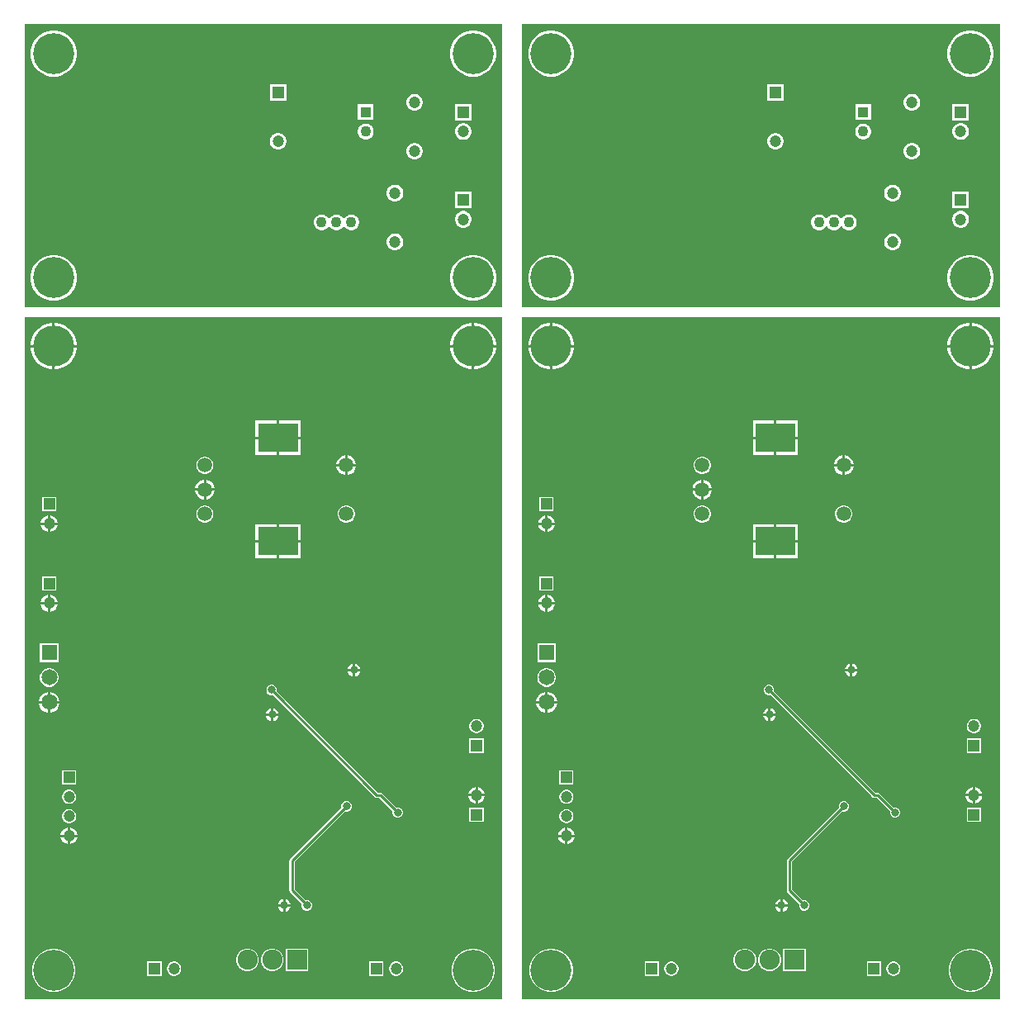
<source format=gbr>
%TF.GenerationSoftware,Altium Limited,Altium Designer,24.3.1 (35)*%
G04 Layer_Physical_Order=2*
G04 Layer_Color=16711680*
%FSLAX45Y45*%
%MOMM*%
%TF.SameCoordinates,C0A1E697-D952-45A1-8973-6DB72EE3D4FA*%
%TF.FilePolarity,Positive*%
%TF.FileFunction,Copper,L2,Bot,Signal*%
%TF.Part,CustomerPanel*%
G01*
G75*
%TA.AperFunction,Conductor*%
%ADD27C,0.25400*%
%TA.AperFunction,ComponentPad*%
%ADD30R,1.20000X1.20000*%
%ADD31C,1.20000*%
%ADD32C,1.10000*%
%TA.AperFunction,ViaPad*%
%ADD33C,4.20000*%
%TA.AperFunction,ComponentPad*%
%ADD34R,1.10000X1.10000*%
%ADD35C,1.50000*%
%ADD36R,4.10000X3.00000*%
%ADD37C,2.07000*%
%ADD38R,2.07000X2.07000*%
%ADD39R,1.20000X1.20000*%
%ADD40C,1.65000*%
%ADD41R,1.65000X1.65000*%
%TA.AperFunction,ViaPad*%
%ADD42C,0.80000*%
G36*
X10000000Y7100000D02*
X5100000D01*
Y9300000D01*
Y9500000D01*
Y10000000D01*
X10000000D01*
Y7100000D01*
D02*
G37*
G36*
X4900000D02*
X0D01*
Y9300000D01*
Y9500000D01*
Y10000000D01*
X4900000D01*
Y7100000D01*
D02*
G37*
G36*
X10000000Y0D02*
X5100000D01*
Y7000000D01*
X10000000D01*
Y0D01*
D02*
G37*
G36*
X4900000D02*
X0D01*
Y7000000D01*
X4900000D01*
Y0D01*
D02*
G37*
%LPC*%
G36*
X9723186Y9935400D02*
X9676816D01*
X9631337Y9926353D01*
X9588497Y9908609D01*
X9549942Y9882847D01*
X9517154Y9850059D01*
X9491392Y9811504D01*
X9473648Y9768663D01*
X9464601Y9723185D01*
Y9676815D01*
X9473648Y9631336D01*
X9491392Y9588496D01*
X9517154Y9549941D01*
X9549942Y9517153D01*
X9588497Y9491391D01*
X9631337Y9473647D01*
X9676816Y9464600D01*
X9723186D01*
X9768664Y9473647D01*
X9811505Y9491391D01*
X9850060Y9517153D01*
X9882848Y9549941D01*
X9908610Y9588496D01*
X9926354Y9631336D01*
X9935401Y9676815D01*
Y9723185D01*
X9926354Y9768663D01*
X9908610Y9811504D01*
X9882848Y9850059D01*
X9850060Y9882847D01*
X9811505Y9908609D01*
X9768664Y9926353D01*
X9723186Y9935400D01*
D02*
G37*
G36*
X5423184D02*
X5376814D01*
X5331336Y9926353D01*
X5288496Y9908609D01*
X5249941Y9882847D01*
X5217152Y9850059D01*
X5191391Y9811504D01*
X5173646Y9768663D01*
X5164600Y9723185D01*
Y9676815D01*
X5173646Y9631336D01*
X5191391Y9588496D01*
X5217152Y9549941D01*
X5249941Y9517153D01*
X5288496Y9491391D01*
X5331336Y9473647D01*
X5376814Y9464600D01*
X5423184D01*
X5468663Y9473647D01*
X5511503Y9491391D01*
X5550058Y9517153D01*
X5582846Y9549941D01*
X5608608Y9588496D01*
X5626353Y9631336D01*
X5635399Y9676815D01*
Y9723185D01*
X5626353Y9768663D01*
X5608608Y9811504D01*
X5582846Y9850059D01*
X5550058Y9882847D01*
X5511503Y9908609D01*
X5468663Y9926353D01*
X5423184Y9935400D01*
D02*
G37*
G36*
X7785400Y9385401D02*
X7614600D01*
Y9214601D01*
X7785400D01*
Y9385401D01*
D02*
G37*
G36*
X9111245Y9285401D02*
X9088759D01*
X9067039Y9279581D01*
X9047565Y9268338D01*
X9031665Y9252438D01*
X9020422Y9232964D01*
X9014602Y9211244D01*
Y9188758D01*
X9020422Y9167038D01*
X9031665Y9147564D01*
X9047565Y9131664D01*
X9067039Y9120421D01*
X9088759Y9114601D01*
X9111245D01*
X9132965Y9120421D01*
X9152439Y9131664D01*
X9168339Y9147564D01*
X9179582Y9167038D01*
X9185402Y9188758D01*
Y9211244D01*
X9179582Y9232964D01*
X9168339Y9252438D01*
X9152439Y9268338D01*
X9132965Y9279581D01*
X9111245Y9285401D01*
D02*
G37*
G36*
X8680398Y9180401D02*
X8519598D01*
Y9019601D01*
X8680398D01*
Y9180401D01*
D02*
G37*
G36*
X9685401Y9185401D02*
X9514601D01*
Y9014601D01*
X9685401D01*
Y9185401D01*
D02*
G37*
G36*
X8610583Y8980401D02*
X8589413D01*
X8568965Y8974922D01*
X8550631Y8964337D01*
X8535662Y8949368D01*
X8525077Y8931035D01*
X8519598Y8910586D01*
Y8889417D01*
X8525077Y8868968D01*
X8535662Y8850635D01*
X8550631Y8835666D01*
X8568965Y8825081D01*
X8589413Y8819602D01*
X8610583D01*
X8631031Y8825081D01*
X8649365Y8835666D01*
X8664334Y8850635D01*
X8674919Y8868968D01*
X8680398Y8889417D01*
Y8910586D01*
X8674919Y8931035D01*
X8664334Y8949368D01*
X8649365Y8964337D01*
X8631031Y8974922D01*
X8610583Y8980401D01*
D02*
G37*
G36*
X9611244Y8985401D02*
X9588758D01*
X9567038Y8979581D01*
X9547564Y8968338D01*
X9531664Y8952438D01*
X9520421Y8932965D01*
X9514601Y8911245D01*
Y8888758D01*
X9520421Y8867038D01*
X9531664Y8847565D01*
X9547564Y8831665D01*
X9567038Y8820422D01*
X9588758Y8814602D01*
X9611244D01*
X9632964Y8820422D01*
X9652438Y8831665D01*
X9668338Y8847565D01*
X9679581Y8867038D01*
X9685401Y8888758D01*
Y8911245D01*
X9679581Y8932965D01*
X9668338Y8952438D01*
X9652438Y8968338D01*
X9632964Y8979581D01*
X9611244Y8985401D01*
D02*
G37*
G36*
X7711243Y8885402D02*
X7688757D01*
X7667037Y8879582D01*
X7647563Y8868339D01*
X7631663Y8852438D01*
X7620420Y8832965D01*
X7614600Y8811245D01*
Y8788759D01*
X7620420Y8767039D01*
X7631663Y8747565D01*
X7647563Y8731665D01*
X7667037Y8720422D01*
X7688757Y8714602D01*
X7711243D01*
X7732963Y8720422D01*
X7752437Y8731665D01*
X7768337Y8747565D01*
X7779580Y8767039D01*
X7785400Y8788759D01*
Y8811245D01*
X7779580Y8832965D01*
X7768337Y8852438D01*
X7752437Y8868339D01*
X7732963Y8879582D01*
X7711243Y8885402D01*
D02*
G37*
G36*
X9111245Y8785402D02*
X9088759D01*
X9067039Y8779582D01*
X9047565Y8768339D01*
X9031665Y8752439D01*
X9020422Y8732965D01*
X9014602Y8711245D01*
Y8688759D01*
X9020422Y8667039D01*
X9031665Y8647565D01*
X9047565Y8631665D01*
X9067039Y8620422D01*
X9088759Y8614602D01*
X9111245D01*
X9132965Y8620422D01*
X9152439Y8631665D01*
X9168339Y8647565D01*
X9179582Y8667039D01*
X9185402Y8688759D01*
Y8711245D01*
X9179582Y8732965D01*
X9168339Y8752439D01*
X9152439Y8768339D01*
X9132965Y8779582D01*
X9111245Y8785402D01*
D02*
G37*
G36*
X8911246Y8355400D02*
X8888759D01*
X8867039Y8349580D01*
X8847566Y8338337D01*
X8831666Y8322437D01*
X8820423Y8302963D01*
X8814603Y8281243D01*
Y8258757D01*
X8820423Y8237037D01*
X8831666Y8217563D01*
X8847566Y8201663D01*
X8867039Y8190420D01*
X8888759Y8184600D01*
X8911246D01*
X8932966Y8190420D01*
X8952439Y8201663D01*
X8968339Y8217563D01*
X8979582Y8237037D01*
X8985402Y8258757D01*
Y8281243D01*
X8979582Y8302963D01*
X8968339Y8322437D01*
X8952439Y8338337D01*
X8932966Y8349580D01*
X8911246Y8355400D01*
D02*
G37*
G36*
X9685401Y8285398D02*
X9514601D01*
Y8114598D01*
X9685401D01*
Y8285398D01*
D02*
G37*
G36*
X8462984Y8050401D02*
X8441814D01*
X8421365Y8044921D01*
X8403032Y8034337D01*
X8388063Y8019368D01*
X8383531Y8011518D01*
X8368866D01*
X8364335Y8019368D01*
X8349365Y8034337D01*
X8331032Y8044921D01*
X8310584Y8050401D01*
X8289414D01*
X8268965Y8044921D01*
X8250632Y8034337D01*
X8235663Y8019368D01*
X8231131Y8011518D01*
X8216466D01*
X8211935Y8019368D01*
X8196965Y8034337D01*
X8178632Y8044921D01*
X8158184Y8050401D01*
X8137014D01*
X8116565Y8044921D01*
X8098232Y8034337D01*
X8083263Y8019368D01*
X8072678Y8001034D01*
X8067199Y7980586D01*
Y7959416D01*
X8072678Y7938968D01*
X8083263Y7920634D01*
X8098232Y7905665D01*
X8116565Y7895080D01*
X8137014Y7889601D01*
X8158184D01*
X8178632Y7895080D01*
X8196965Y7905665D01*
X8211935Y7920634D01*
X8216466Y7928483D01*
X8231131D01*
X8235663Y7920634D01*
X8250632Y7905665D01*
X8268965Y7895080D01*
X8289414Y7889601D01*
X8310584D01*
X8331032Y7895080D01*
X8349365Y7905665D01*
X8364335Y7920634D01*
X8368866Y7928483D01*
X8383531D01*
X8388063Y7920634D01*
X8403032Y7905665D01*
X8421365Y7895080D01*
X8441814Y7889601D01*
X8462984D01*
X8483432Y7895080D01*
X8501765Y7905665D01*
X8516735Y7920634D01*
X8527319Y7938968D01*
X8532799Y7959416D01*
Y7980586D01*
X8527319Y8001034D01*
X8516735Y8019368D01*
X8501765Y8034337D01*
X8483432Y8044921D01*
X8462984Y8050401D01*
D02*
G37*
G36*
X9611244Y8085398D02*
X9588758D01*
X9567038Y8079578D01*
X9547564Y8068335D01*
X9531664Y8052435D01*
X9520421Y8032961D01*
X9514601Y8011241D01*
Y7988755D01*
X9520421Y7967035D01*
X9531664Y7947561D01*
X9547564Y7931661D01*
X9567038Y7920418D01*
X9588758Y7914598D01*
X9611244D01*
X9632964Y7920418D01*
X9652438Y7931661D01*
X9668338Y7947561D01*
X9679581Y7967035D01*
X9685401Y7988755D01*
Y8011241D01*
X9679581Y8032961D01*
X9668338Y8052435D01*
X9652438Y8068335D01*
X9632964Y8079578D01*
X9611244Y8085398D01*
D02*
G37*
G36*
X8911246Y7855401D02*
X8888759D01*
X8867039Y7849581D01*
X8847566Y7838338D01*
X8831666Y7822438D01*
X8820423Y7802964D01*
X8814603Y7781244D01*
Y7758758D01*
X8820423Y7737038D01*
X8831666Y7717564D01*
X8847566Y7701664D01*
X8867039Y7690421D01*
X8888759Y7684601D01*
X8911246D01*
X8932966Y7690421D01*
X8952439Y7701664D01*
X8968339Y7717564D01*
X8979582Y7737038D01*
X8985402Y7758758D01*
Y7781244D01*
X8979582Y7802964D01*
X8968339Y7822438D01*
X8952439Y7838338D01*
X8932966Y7849581D01*
X8911246Y7855401D01*
D02*
G37*
G36*
X9723186Y7635399D02*
X9676816D01*
X9631337Y7626353D01*
X9588497Y7608608D01*
X9549942Y7582846D01*
X9517154Y7550058D01*
X9491392Y7511503D01*
X9473648Y7468663D01*
X9464601Y7423184D01*
Y7376815D01*
X9473648Y7331336D01*
X9491392Y7288496D01*
X9517154Y7249941D01*
X9549942Y7217152D01*
X9588497Y7191391D01*
X9631337Y7173646D01*
X9676816Y7164600D01*
X9723186D01*
X9768664Y7173646D01*
X9811505Y7191391D01*
X9850060Y7217152D01*
X9882848Y7249941D01*
X9908610Y7288496D01*
X9926354Y7331336D01*
X9935401Y7376815D01*
Y7423184D01*
X9926354Y7468663D01*
X9908610Y7511503D01*
X9882848Y7550058D01*
X9850060Y7582846D01*
X9811505Y7608608D01*
X9768664Y7626353D01*
X9723186Y7635399D01*
D02*
G37*
G36*
X5423184D02*
X5376814D01*
X5331336Y7626353D01*
X5288496Y7608608D01*
X5249941Y7582846D01*
X5217152Y7550058D01*
X5191391Y7511503D01*
X5173646Y7468663D01*
X5164600Y7423184D01*
Y7376815D01*
X5173646Y7331336D01*
X5191391Y7288496D01*
X5217152Y7249941D01*
X5249941Y7217152D01*
X5288496Y7191391D01*
X5331336Y7173646D01*
X5376814Y7164600D01*
X5423184D01*
X5468663Y7173646D01*
X5511503Y7191391D01*
X5550058Y7217152D01*
X5582846Y7249941D01*
X5608608Y7288496D01*
X5626353Y7331336D01*
X5635399Y7376815D01*
Y7423184D01*
X5626353Y7468663D01*
X5608608Y7511503D01*
X5582846Y7550058D01*
X5550058Y7582846D01*
X5511503Y7608608D01*
X5468663Y7626353D01*
X5423184Y7635399D01*
D02*
G37*
G36*
X4623186Y9935400D02*
X4576816D01*
X4531337Y9926353D01*
X4488497Y9908609D01*
X4449942Y9882847D01*
X4417154Y9850059D01*
X4391392Y9811504D01*
X4373648Y9768663D01*
X4364601Y9723185D01*
Y9676815D01*
X4373648Y9631336D01*
X4391392Y9588496D01*
X4417154Y9549941D01*
X4449942Y9517153D01*
X4488497Y9491391D01*
X4531337Y9473647D01*
X4576816Y9464600D01*
X4623186D01*
X4668665Y9473647D01*
X4711505Y9491391D01*
X4750060Y9517153D01*
X4782848Y9549941D01*
X4808610Y9588496D01*
X4826354Y9631336D01*
X4835401Y9676815D01*
Y9723185D01*
X4826354Y9768663D01*
X4808610Y9811504D01*
X4782848Y9850059D01*
X4750060Y9882847D01*
X4711505Y9908609D01*
X4668665Y9926353D01*
X4623186Y9935400D01*
D02*
G37*
G36*
X323184D02*
X276815D01*
X231336Y9926353D01*
X188496Y9908609D01*
X149941Y9882847D01*
X117152Y9850059D01*
X91391Y9811504D01*
X73646Y9768663D01*
X64600Y9723185D01*
Y9676815D01*
X73646Y9631336D01*
X91391Y9588496D01*
X117152Y9549941D01*
X149941Y9517153D01*
X188496Y9491391D01*
X231336Y9473647D01*
X276815Y9464600D01*
X323184D01*
X368663Y9473647D01*
X411503Y9491391D01*
X450058Y9517153D01*
X482846Y9549941D01*
X508608Y9588496D01*
X526353Y9631336D01*
X535399Y9676815D01*
Y9723185D01*
X526353Y9768663D01*
X508608Y9811504D01*
X482846Y9850059D01*
X450058Y9882847D01*
X411503Y9908609D01*
X368663Y9926353D01*
X323184Y9935400D01*
D02*
G37*
G36*
X2685400Y9385401D02*
X2514600D01*
Y9214601D01*
X2685400D01*
Y9385401D01*
D02*
G37*
G36*
X4011245Y9285401D02*
X3988759D01*
X3967039Y9279581D01*
X3947565Y9268338D01*
X3931665Y9252438D01*
X3920422Y9232964D01*
X3914602Y9211244D01*
Y9188758D01*
X3920422Y9167038D01*
X3931665Y9147564D01*
X3947565Y9131664D01*
X3967039Y9120421D01*
X3988759Y9114601D01*
X4011245D01*
X4032965Y9120421D01*
X4052439Y9131664D01*
X4068339Y9147564D01*
X4079582Y9167038D01*
X4085402Y9188758D01*
Y9211244D01*
X4079582Y9232964D01*
X4068339Y9252438D01*
X4052439Y9268338D01*
X4032965Y9279581D01*
X4011245Y9285401D01*
D02*
G37*
G36*
X3580398Y9180401D02*
X3419598D01*
Y9019601D01*
X3580398D01*
Y9180401D01*
D02*
G37*
G36*
X4585401Y9185401D02*
X4414601D01*
Y9014601D01*
X4585401D01*
Y9185401D01*
D02*
G37*
G36*
X3510583Y8980401D02*
X3489413D01*
X3468965Y8974922D01*
X3450631Y8964337D01*
X3435662Y8949368D01*
X3425077Y8931035D01*
X3419598Y8910586D01*
Y8889417D01*
X3425077Y8868968D01*
X3435662Y8850635D01*
X3450631Y8835666D01*
X3468965Y8825081D01*
X3489413Y8819602D01*
X3510583D01*
X3531031Y8825081D01*
X3549365Y8835666D01*
X3564334Y8850635D01*
X3574919Y8868968D01*
X3580398Y8889417D01*
Y8910586D01*
X3574919Y8931035D01*
X3564334Y8949368D01*
X3549365Y8964337D01*
X3531031Y8974922D01*
X3510583Y8980401D01*
D02*
G37*
G36*
X4511244Y8985401D02*
X4488758D01*
X4467038Y8979581D01*
X4447564Y8968338D01*
X4431664Y8952438D01*
X4420421Y8932965D01*
X4414601Y8911245D01*
Y8888758D01*
X4420421Y8867038D01*
X4431664Y8847565D01*
X4447564Y8831665D01*
X4467038Y8820422D01*
X4488758Y8814602D01*
X4511244D01*
X4532964Y8820422D01*
X4552438Y8831665D01*
X4568338Y8847565D01*
X4579581Y8867038D01*
X4585401Y8888758D01*
Y8911245D01*
X4579581Y8932965D01*
X4568338Y8952438D01*
X4552438Y8968338D01*
X4532964Y8979581D01*
X4511244Y8985401D01*
D02*
G37*
G36*
X2611243Y8885402D02*
X2588757D01*
X2567037Y8879582D01*
X2547563Y8868339D01*
X2531663Y8852438D01*
X2520420Y8832965D01*
X2514600Y8811245D01*
Y8788759D01*
X2520420Y8767039D01*
X2531663Y8747565D01*
X2547563Y8731665D01*
X2567037Y8720422D01*
X2588757Y8714602D01*
X2611243D01*
X2632963Y8720422D01*
X2652437Y8731665D01*
X2668337Y8747565D01*
X2679580Y8767039D01*
X2685400Y8788759D01*
Y8811245D01*
X2679580Y8832965D01*
X2668337Y8852438D01*
X2652437Y8868339D01*
X2632963Y8879582D01*
X2611243Y8885402D01*
D02*
G37*
G36*
X4011245Y8785402D02*
X3988759D01*
X3967039Y8779582D01*
X3947565Y8768339D01*
X3931665Y8752439D01*
X3920422Y8732965D01*
X3914602Y8711245D01*
Y8688759D01*
X3920422Y8667039D01*
X3931665Y8647565D01*
X3947565Y8631665D01*
X3967039Y8620422D01*
X3988759Y8614602D01*
X4011245D01*
X4032965Y8620422D01*
X4052439Y8631665D01*
X4068339Y8647565D01*
X4079582Y8667039D01*
X4085402Y8688759D01*
Y8711245D01*
X4079582Y8732965D01*
X4068339Y8752439D01*
X4052439Y8768339D01*
X4032965Y8779582D01*
X4011245Y8785402D01*
D02*
G37*
G36*
X3811246Y8355400D02*
X3788760D01*
X3767039Y8349580D01*
X3747566Y8338337D01*
X3731666Y8322437D01*
X3720423Y8302963D01*
X3714603Y8281243D01*
Y8258757D01*
X3720423Y8237037D01*
X3731666Y8217563D01*
X3747566Y8201663D01*
X3767039Y8190420D01*
X3788760Y8184600D01*
X3811246D01*
X3832966Y8190420D01*
X3852439Y8201663D01*
X3868339Y8217563D01*
X3879583Y8237037D01*
X3885402Y8258757D01*
Y8281243D01*
X3879583Y8302963D01*
X3868339Y8322437D01*
X3852439Y8338337D01*
X3832966Y8349580D01*
X3811246Y8355400D01*
D02*
G37*
G36*
X4585401Y8285398D02*
X4414601D01*
Y8114598D01*
X4585401D01*
Y8285398D01*
D02*
G37*
G36*
X3362984Y8050401D02*
X3341814D01*
X3321365Y8044921D01*
X3303032Y8034337D01*
X3288063Y8019368D01*
X3283531Y8011518D01*
X3268866D01*
X3264335Y8019368D01*
X3249365Y8034337D01*
X3231032Y8044921D01*
X3210584Y8050401D01*
X3189414D01*
X3168965Y8044921D01*
X3150632Y8034337D01*
X3135663Y8019368D01*
X3131131Y8011518D01*
X3116466D01*
X3111935Y8019368D01*
X3096965Y8034337D01*
X3078632Y8044921D01*
X3058184Y8050401D01*
X3037014D01*
X3016565Y8044921D01*
X2998232Y8034337D01*
X2983263Y8019368D01*
X2972678Y8001034D01*
X2967199Y7980586D01*
Y7959416D01*
X2972678Y7938968D01*
X2983263Y7920634D01*
X2998232Y7905665D01*
X3016565Y7895080D01*
X3037014Y7889601D01*
X3058184D01*
X3078632Y7895080D01*
X3096965Y7905665D01*
X3111935Y7920634D01*
X3116466Y7928483D01*
X3131131D01*
X3135663Y7920634D01*
X3150632Y7905665D01*
X3168965Y7895080D01*
X3189414Y7889601D01*
X3210584D01*
X3231032Y7895080D01*
X3249365Y7905665D01*
X3264335Y7920634D01*
X3268866Y7928483D01*
X3283531D01*
X3288063Y7920634D01*
X3303032Y7905665D01*
X3321365Y7895080D01*
X3341814Y7889601D01*
X3362984D01*
X3383432Y7895080D01*
X3401765Y7905665D01*
X3416735Y7920634D01*
X3427319Y7938968D01*
X3432799Y7959416D01*
Y7980586D01*
X3427319Y8001034D01*
X3416735Y8019368D01*
X3401765Y8034337D01*
X3383432Y8044921D01*
X3362984Y8050401D01*
D02*
G37*
G36*
X4511244Y8085398D02*
X4488758D01*
X4467038Y8079578D01*
X4447564Y8068335D01*
X4431664Y8052435D01*
X4420421Y8032961D01*
X4414601Y8011241D01*
Y7988755D01*
X4420421Y7967035D01*
X4431664Y7947561D01*
X4447564Y7931661D01*
X4467038Y7920418D01*
X4488758Y7914598D01*
X4511244D01*
X4532964Y7920418D01*
X4552438Y7931661D01*
X4568338Y7947561D01*
X4579581Y7967035D01*
X4585401Y7988755D01*
Y8011241D01*
X4579581Y8032961D01*
X4568338Y8052435D01*
X4552438Y8068335D01*
X4532964Y8079578D01*
X4511244Y8085398D01*
D02*
G37*
G36*
X3811246Y7855401D02*
X3788760D01*
X3767039Y7849581D01*
X3747566Y7838338D01*
X3731666Y7822438D01*
X3720423Y7802964D01*
X3714603Y7781244D01*
Y7758758D01*
X3720423Y7737038D01*
X3731666Y7717564D01*
X3747566Y7701664D01*
X3767039Y7690421D01*
X3788760Y7684601D01*
X3811246D01*
X3832966Y7690421D01*
X3852439Y7701664D01*
X3868339Y7717564D01*
X3879583Y7737038D01*
X3885402Y7758758D01*
Y7781244D01*
X3879583Y7802964D01*
X3868339Y7822438D01*
X3852439Y7838338D01*
X3832966Y7849581D01*
X3811246Y7855401D01*
D02*
G37*
G36*
X4623186Y7635399D02*
X4576816D01*
X4531337Y7626353D01*
X4488497Y7608608D01*
X4449942Y7582846D01*
X4417154Y7550058D01*
X4391392Y7511503D01*
X4373648Y7468663D01*
X4364601Y7423184D01*
Y7376815D01*
X4373648Y7331336D01*
X4391392Y7288496D01*
X4417154Y7249941D01*
X4449942Y7217152D01*
X4488497Y7191391D01*
X4531337Y7173646D01*
X4576816Y7164600D01*
X4623186D01*
X4668665Y7173646D01*
X4711505Y7191391D01*
X4750060Y7217152D01*
X4782848Y7249941D01*
X4808610Y7288496D01*
X4826354Y7331336D01*
X4835401Y7376815D01*
Y7423184D01*
X4826354Y7468663D01*
X4808610Y7511503D01*
X4782848Y7550058D01*
X4750060Y7582846D01*
X4711505Y7608608D01*
X4668665Y7626353D01*
X4623186Y7635399D01*
D02*
G37*
G36*
X323184D02*
X276815D01*
X231336Y7626353D01*
X188496Y7608608D01*
X149941Y7582846D01*
X117152Y7550058D01*
X91391Y7511503D01*
X73646Y7468663D01*
X64600Y7423184D01*
Y7376815D01*
X73646Y7331336D01*
X91391Y7288496D01*
X117152Y7249941D01*
X149941Y7217152D01*
X188496Y7191391D01*
X231336Y7173646D01*
X276815Y7164600D01*
X323184D01*
X368663Y7173646D01*
X411503Y7191391D01*
X450058Y7217152D01*
X482846Y7249941D01*
X508608Y7288496D01*
X526353Y7331336D01*
X535399Y7376815D01*
Y7423184D01*
X526353Y7468663D01*
X508608Y7511503D01*
X482846Y7550058D01*
X450058Y7582846D01*
X411503Y7608608D01*
X368663Y7626353D01*
X323184Y7635399D01*
D02*
G37*
G36*
X9723185Y6935400D02*
X9712700D01*
Y6712700D01*
X9935400D01*
Y6723185D01*
X9926353Y6768664D01*
X9908609Y6811504D01*
X9882847Y6850059D01*
X9850059Y6882847D01*
X9811504Y6908609D01*
X9768663Y6926353D01*
X9723185Y6935400D01*
D02*
G37*
G36*
X9687300D02*
X9676815D01*
X9631336Y6926353D01*
X9588496Y6908609D01*
X9549941Y6882847D01*
X9517153Y6850059D01*
X9491391Y6811504D01*
X9473647Y6768664D01*
X9464600Y6723185D01*
Y6712700D01*
X9687300D01*
Y6935400D01*
D02*
G37*
G36*
X5423185D02*
X5412700D01*
Y6712700D01*
X5635400D01*
Y6723185D01*
X5626353Y6768664D01*
X5608609Y6811504D01*
X5582847Y6850059D01*
X5550058Y6882847D01*
X5511504Y6908609D01*
X5468663Y6926353D01*
X5423185Y6935400D01*
D02*
G37*
G36*
X5387300D02*
X5376815D01*
X5331336Y6926353D01*
X5288496Y6908609D01*
X5249941Y6882847D01*
X5217153Y6850059D01*
X5191391Y6811504D01*
X5173646Y6768664D01*
X5164600Y6723185D01*
Y6712700D01*
X5387300D01*
Y6935400D01*
D02*
G37*
G36*
X9935400Y6687300D02*
X9712700D01*
Y6464600D01*
X9723185D01*
X9768663Y6473647D01*
X9811504Y6491391D01*
X9850059Y6517153D01*
X9882847Y6549941D01*
X9908609Y6588496D01*
X9926353Y6631336D01*
X9935400Y6676815D01*
Y6687300D01*
D02*
G37*
G36*
X9687300D02*
X9464600D01*
Y6676815D01*
X9473647Y6631336D01*
X9491391Y6588496D01*
X9517153Y6549941D01*
X9549941Y6517153D01*
X9588496Y6491391D01*
X9631336Y6473647D01*
X9676815Y6464600D01*
X9687300D01*
Y6687300D01*
D02*
G37*
G36*
X5635400D02*
X5412700D01*
Y6464600D01*
X5423185D01*
X5468663Y6473647D01*
X5511504Y6491391D01*
X5550058Y6517153D01*
X5582847Y6549941D01*
X5608609Y6588496D01*
X5626353Y6631336D01*
X5635400Y6676815D01*
Y6687300D01*
D02*
G37*
G36*
X5387300D02*
X5164600D01*
Y6676815D01*
X5173646Y6631336D01*
X5191391Y6588496D01*
X5217153Y6549941D01*
X5249941Y6517153D01*
X5288496Y6491391D01*
X5331336Y6473647D01*
X5376815Y6464600D01*
X5387300D01*
Y6687300D01*
D02*
G37*
G36*
X7930400Y5935400D02*
X7712699D01*
Y5772699D01*
X7930400D01*
Y5935400D01*
D02*
G37*
G36*
X7687299D02*
X7469600D01*
Y5772699D01*
X7687299D01*
Y5935400D01*
D02*
G37*
G36*
X7930400Y5747299D02*
X7712699D01*
Y5584600D01*
X7930400D01*
Y5747299D01*
D02*
G37*
G36*
X7687299D02*
X7469600D01*
Y5584600D01*
X7687299D01*
Y5747299D01*
D02*
G37*
G36*
X8413218Y5580400D02*
X8412700D01*
Y5492700D01*
X8500400D01*
Y5493218D01*
X8493558Y5518753D01*
X8480340Y5541647D01*
X8461647Y5560340D01*
X8438753Y5573558D01*
X8413218Y5580400D01*
D02*
G37*
G36*
X8387300D02*
X8386782D01*
X8361247Y5573558D01*
X8338353Y5560340D01*
X8319660Y5541647D01*
X8306442Y5518753D01*
X8299600Y5493218D01*
Y5492700D01*
X8387300D01*
Y5580400D01*
D02*
G37*
G36*
X6961546Y5567700D02*
X6938454D01*
X6916149Y5561723D01*
X6896151Y5550177D01*
X6879823Y5533849D01*
X6868277Y5513851D01*
X6862300Y5491546D01*
Y5468454D01*
X6868277Y5446149D01*
X6879823Y5426151D01*
X6896151Y5409823D01*
X6916149Y5398277D01*
X6938454Y5392300D01*
X6961546D01*
X6983851Y5398277D01*
X7003849Y5409823D01*
X7020177Y5426151D01*
X7031723Y5446149D01*
X7037700Y5468454D01*
Y5491546D01*
X7031723Y5513851D01*
X7020177Y5533849D01*
X7003849Y5550177D01*
X6983851Y5561723D01*
X6961546Y5567700D01*
D02*
G37*
G36*
X8500400Y5467300D02*
X8412700D01*
Y5379600D01*
X8413218D01*
X8438753Y5386442D01*
X8461647Y5399660D01*
X8480340Y5418353D01*
X8493558Y5441247D01*
X8500400Y5466782D01*
Y5467300D01*
D02*
G37*
G36*
X8387300D02*
X8299600D01*
Y5466782D01*
X8306442Y5441247D01*
X8319660Y5418353D01*
X8338353Y5399660D01*
X8361247Y5386442D01*
X8386782Y5379600D01*
X8387300D01*
Y5467300D01*
D02*
G37*
G36*
X6963218Y5330400D02*
X6962701D01*
Y5242700D01*
X7050400D01*
Y5243218D01*
X7043558Y5268753D01*
X7030340Y5291647D01*
X7011647Y5310340D01*
X6988753Y5323558D01*
X6963218Y5330400D01*
D02*
G37*
G36*
X6937301D02*
X6936782D01*
X6911247Y5323558D01*
X6888353Y5310340D01*
X6869660Y5291647D01*
X6856442Y5268753D01*
X6849600Y5243218D01*
Y5242700D01*
X6937301D01*
Y5330400D01*
D02*
G37*
G36*
X7050400Y5217300D02*
X6962701D01*
Y5129600D01*
X6963218D01*
X6988753Y5136442D01*
X7011647Y5149660D01*
X7030340Y5168353D01*
X7043558Y5191247D01*
X7050400Y5216782D01*
Y5217300D01*
D02*
G37*
G36*
X6937301D02*
X6849600D01*
Y5216782D01*
X6856442Y5191247D01*
X6869660Y5168353D01*
X6888353Y5149660D01*
X6911247Y5136442D01*
X6936782Y5129600D01*
X6937301D01*
Y5217300D01*
D02*
G37*
G36*
X5426701Y5152700D02*
X5281302D01*
Y5007300D01*
X5426701D01*
Y5152700D01*
D02*
G37*
G36*
X5366701Y4965010D02*
Y4892700D01*
X5439011D01*
X5433581Y4912964D01*
X5422338Y4932437D01*
X5406438Y4948337D01*
X5386965Y4959580D01*
X5366701Y4965010D01*
D02*
G37*
G36*
X5341301D02*
X5321038Y4959580D01*
X5301565Y4948337D01*
X5285665Y4932437D01*
X5274422Y4912964D01*
X5268992Y4892700D01*
X5341301D01*
Y4965010D01*
D02*
G37*
G36*
X8411546Y5067700D02*
X8388454D01*
X8366149Y5061723D01*
X8346151Y5050177D01*
X8329823Y5033849D01*
X8318276Y5013851D01*
X8312300Y4991546D01*
Y4968454D01*
X8318276Y4946149D01*
X8329823Y4926151D01*
X8346151Y4909823D01*
X8366149Y4898277D01*
X8388454Y4892300D01*
X8411546D01*
X8433851Y4898277D01*
X8453849Y4909823D01*
X8470177Y4926151D01*
X8481723Y4946149D01*
X8487700Y4968454D01*
Y4991546D01*
X8481723Y5013851D01*
X8470177Y5033849D01*
X8453849Y5050177D01*
X8433851Y5061723D01*
X8411546Y5067700D01*
D02*
G37*
G36*
X6961546D02*
X6938454D01*
X6916149Y5061723D01*
X6896151Y5050177D01*
X6879823Y5033849D01*
X6868277Y5013851D01*
X6862300Y4991546D01*
Y4968454D01*
X6868277Y4946149D01*
X6879823Y4926151D01*
X6896151Y4909823D01*
X6916149Y4898277D01*
X6938454Y4892300D01*
X6961546D01*
X6983851Y4898277D01*
X7003849Y4909823D01*
X7020177Y4926151D01*
X7031723Y4946149D01*
X7037700Y4968454D01*
Y4991546D01*
X7031723Y5013851D01*
X7020177Y5033849D01*
X7003849Y5050177D01*
X6983851Y5061723D01*
X6961546Y5067700D01*
D02*
G37*
G36*
X5439011Y4867300D02*
X5366701D01*
Y4794991D01*
X5386965Y4800420D01*
X5406438Y4811663D01*
X5422338Y4827564D01*
X5433581Y4847037D01*
X5439011Y4867300D01*
D02*
G37*
G36*
X5341301D02*
X5268992D01*
X5274422Y4847037D01*
X5285665Y4827564D01*
X5301565Y4811663D01*
X5321038Y4800420D01*
X5341301Y4794991D01*
Y4867300D01*
D02*
G37*
G36*
X7930400Y4875400D02*
X7712699D01*
Y4712699D01*
X7930400D01*
Y4875400D01*
D02*
G37*
G36*
X7687299D02*
X7469600D01*
Y4712699D01*
X7687299D01*
Y4875400D01*
D02*
G37*
G36*
X7930400Y4687299D02*
X7712699D01*
Y4524600D01*
X7930400D01*
Y4687299D01*
D02*
G37*
G36*
X7687299D02*
X7469600D01*
Y4524600D01*
X7687299D01*
Y4687299D01*
D02*
G37*
G36*
X5426701Y4336699D02*
X5281302D01*
Y4191300D01*
X5426701D01*
Y4336699D01*
D02*
G37*
G36*
X5366701Y4149009D02*
Y4076700D01*
X5439011D01*
X5433581Y4096963D01*
X5422338Y4116437D01*
X5406438Y4132337D01*
X5386965Y4143580D01*
X5366701Y4149009D01*
D02*
G37*
G36*
X5341301D02*
X5321038Y4143580D01*
X5301565Y4132337D01*
X5285665Y4116437D01*
X5274422Y4096963D01*
X5268992Y4076700D01*
X5341301D01*
Y4149009D01*
D02*
G37*
G36*
X5439011Y4051300D02*
X5366701D01*
Y3978991D01*
X5386965Y3984420D01*
X5406438Y3995663D01*
X5422338Y4011563D01*
X5433581Y4031037D01*
X5439011Y4051300D01*
D02*
G37*
G36*
X5341301D02*
X5268992D01*
X5274422Y4031037D01*
X5285665Y4011563D01*
X5301565Y3995663D01*
X5321038Y3984420D01*
X5341301Y3978991D01*
Y4051300D01*
D02*
G37*
G36*
X5449201Y3651200D02*
X5258802D01*
Y3460800D01*
X5449201D01*
Y3651200D01*
D02*
G37*
G36*
X8490900Y3442504D02*
Y3390900D01*
X8542504D01*
X8539143Y3403444D01*
X8530533Y3418357D01*
X8518357Y3430533D01*
X8503443Y3439143D01*
X8490900Y3442504D01*
D02*
G37*
G36*
X8465500D02*
X8452956Y3439143D01*
X8438043Y3430533D01*
X8425867Y3418357D01*
X8417257Y3403444D01*
X8413896Y3390900D01*
X8465500D01*
Y3442504D01*
D02*
G37*
G36*
X8542504Y3365500D02*
X8490900D01*
Y3313896D01*
X8503443Y3317257D01*
X8518357Y3325867D01*
X8530533Y3338043D01*
X8539143Y3352956D01*
X8542504Y3365500D01*
D02*
G37*
G36*
X8465500D02*
X8413896D01*
X8417257Y3352956D01*
X8425867Y3338043D01*
X8438043Y3325867D01*
X8452956Y3317257D01*
X8465500Y3313896D01*
Y3365500D01*
D02*
G37*
G36*
X5366535Y3397200D02*
X5341468D01*
X5317256Y3390712D01*
X5295547Y3378179D01*
X5277823Y3360454D01*
X5265289Y3338746D01*
X5258802Y3314533D01*
Y3289467D01*
X5265289Y3265254D01*
X5277823Y3243546D01*
X5295547Y3225821D01*
X5317256Y3213288D01*
X5341468Y3206800D01*
X5366535D01*
X5390747Y3213288D01*
X5412456Y3225821D01*
X5430180Y3243546D01*
X5442714Y3265254D01*
X5449201Y3289467D01*
Y3314533D01*
X5442714Y3338746D01*
X5430180Y3360454D01*
X5412456Y3378179D01*
X5390747Y3390712D01*
X5366535Y3397200D01*
D02*
G37*
G36*
X5368207Y3155900D02*
X5366701D01*
Y3060700D01*
X5461901D01*
Y3062205D01*
X5454548Y3089648D01*
X5440343Y3114252D01*
X5420254Y3134341D01*
X5395649Y3148547D01*
X5368207Y3155900D01*
D02*
G37*
G36*
X5341301D02*
X5339796D01*
X5312354Y3148547D01*
X5287749Y3134341D01*
X5267660Y3114252D01*
X5253455Y3089648D01*
X5246102Y3062205D01*
Y3060700D01*
X5341301D01*
Y3155900D01*
D02*
G37*
G36*
X5461901Y3035300D02*
X5366701D01*
Y2940100D01*
X5368207D01*
X5395649Y2947453D01*
X5420254Y2961659D01*
X5440343Y2981748D01*
X5454548Y3006352D01*
X5461901Y3033795D01*
Y3035300D01*
D02*
G37*
G36*
X5341301D02*
X5246102D01*
Y3033795D01*
X5253455Y3006352D01*
X5267660Y2981748D01*
X5287749Y2961659D01*
X5312354Y2947453D01*
X5339796Y2940100D01*
X5341301D01*
Y3035300D01*
D02*
G37*
G36*
X7652701Y2985304D02*
Y2933700D01*
X7704305D01*
X7700944Y2946244D01*
X7692334Y2961157D01*
X7680158Y2973333D01*
X7665245Y2981943D01*
X7652701Y2985304D01*
D02*
G37*
G36*
X7627301D02*
X7614758Y2981943D01*
X7599845Y2973333D01*
X7587669Y2961157D01*
X7579059Y2946244D01*
X7575698Y2933700D01*
X7627301D01*
Y2985304D01*
D02*
G37*
G36*
X7704305Y2908300D02*
X7652701D01*
Y2856696D01*
X7665245Y2860057D01*
X7680158Y2868667D01*
X7692334Y2880843D01*
X7700944Y2895756D01*
X7704305Y2908300D01*
D02*
G37*
G36*
X7627301D02*
X7575698D01*
X7579059Y2895756D01*
X7587669Y2880843D01*
X7599845Y2868667D01*
X7614758Y2860057D01*
X7627301Y2856696D01*
Y2908300D01*
D02*
G37*
G36*
X9745071Y2876200D02*
X9725929D01*
X9707439Y2871246D01*
X9690861Y2861674D01*
X9677326Y2848139D01*
X9667754Y2831561D01*
X9662800Y2813071D01*
Y2793929D01*
X9667754Y2775439D01*
X9677326Y2758861D01*
X9690861Y2745326D01*
X9707439Y2735754D01*
X9725929Y2730800D01*
X9745071D01*
X9763561Y2735754D01*
X9780139Y2745326D01*
X9793674Y2758861D01*
X9803246Y2775439D01*
X9808200Y2793929D01*
Y2813071D01*
X9803246Y2831561D01*
X9793674Y2848139D01*
X9780139Y2861674D01*
X9763561Y2871246D01*
X9745071Y2876200D01*
D02*
G37*
G36*
X9808200Y2676200D02*
X9662800D01*
Y2530800D01*
X9808200D01*
Y2676200D01*
D02*
G37*
G36*
X5629901Y2352299D02*
X5484502D01*
Y2206899D01*
X5629901D01*
Y2352299D01*
D02*
G37*
G36*
X9748200Y2180509D02*
Y2108201D01*
X9820509D01*
X9815080Y2128463D01*
X9803837Y2147937D01*
X9787937Y2163837D01*
X9768463Y2175080D01*
X9748200Y2180509D01*
D02*
G37*
G36*
X9722800Y2180510D02*
X9702537Y2175080D01*
X9683063Y2163837D01*
X9667163Y2147937D01*
X9655920Y2128463D01*
X9650491Y2108201D01*
X9722800D01*
Y2180510D01*
D02*
G37*
G36*
X9820510Y2082801D02*
X9748200D01*
Y2010491D01*
X9768463Y2015920D01*
X9787937Y2027163D01*
X9803837Y2043063D01*
X9815080Y2062537D01*
X9820510Y2082801D01*
D02*
G37*
G36*
X9722800D02*
X9650490D01*
X9655920Y2062537D01*
X9667163Y2043063D01*
X9683063Y2027163D01*
X9702537Y2015920D01*
X9722800Y2010490D01*
Y2082801D01*
D02*
G37*
G36*
X5566773Y2152299D02*
X5547630D01*
X5529140Y2147345D01*
X5512563Y2137774D01*
X5499027Y2124238D01*
X5489456Y2107661D01*
X5484502Y2089171D01*
Y2070028D01*
X5489456Y2051538D01*
X5499027Y2034961D01*
X5512563Y2021425D01*
X5529140Y2011854D01*
X5547630Y2006900D01*
X5566773D01*
X5585263Y2011854D01*
X5601840Y2021425D01*
X5615376Y2034961D01*
X5624947Y2051538D01*
X5629901Y2070028D01*
Y2089171D01*
X5624947Y2107661D01*
X5615376Y2124238D01*
X5601840Y2137774D01*
X5585263Y2147345D01*
X5566773Y2152299D01*
D02*
G37*
G36*
X8412483Y2033900D02*
X8391517D01*
X8372148Y2025877D01*
X8357323Y2011052D01*
X8349300Y1991683D01*
Y1970717D01*
X8350938Y1966763D01*
X7824888Y1440712D01*
X7819274Y1432311D01*
X7817302Y1422400D01*
Y1117602D01*
X7819274Y1107691D01*
X7824888Y1099289D01*
X7944540Y979637D01*
X7942902Y975683D01*
Y954717D01*
X7950925Y935348D01*
X7965749Y920523D01*
X7985119Y912500D01*
X8006084D01*
X8025454Y920523D01*
X8040278Y935348D01*
X8048301Y954717D01*
Y975683D01*
X8040278Y995052D01*
X8025454Y1009877D01*
X8006084Y1017900D01*
X7985119D01*
X7981164Y1016262D01*
X7869098Y1128329D01*
Y1411673D01*
X8387563Y1930138D01*
X8391517Y1928500D01*
X8412483D01*
X8431852Y1936523D01*
X8446677Y1951348D01*
X8454700Y1970717D01*
Y1991683D01*
X8446677Y2011052D01*
X8431852Y2025877D01*
X8412483Y2033900D01*
D02*
G37*
G36*
X7643966Y3227700D02*
X7623001D01*
X7603632Y3219677D01*
X7588807Y3204852D01*
X7580784Y3185483D01*
Y3164517D01*
X7588807Y3145148D01*
X7603632Y3130323D01*
X7623001Y3122300D01*
X7643966D01*
X7647921Y3123938D01*
X8694671Y2077188D01*
X8703073Y2071574D01*
X8712984Y2069602D01*
X8738343D01*
X8875809Y1932137D01*
X8874171Y1928183D01*
Y1907217D01*
X8882194Y1887848D01*
X8897019Y1873023D01*
X8916388Y1865000D01*
X8937353D01*
X8956723Y1873023D01*
X8971547Y1887848D01*
X8979571Y1907217D01*
Y1928183D01*
X8971547Y1947552D01*
X8956723Y1962377D01*
X8937353Y1970400D01*
X8916388D01*
X8912434Y1968762D01*
X8767383Y2113812D01*
X8758981Y2119426D01*
X8749071Y2121398D01*
X8723711D01*
X7684546Y3160563D01*
X7686184Y3164517D01*
Y3185483D01*
X7678161Y3204852D01*
X7663336Y3219677D01*
X7643966Y3227700D01*
D02*
G37*
G36*
X9808200Y1968200D02*
X9662800D01*
Y1822800D01*
X9808200D01*
Y1968200D01*
D02*
G37*
G36*
X5566773Y1952300D02*
X5547630D01*
X5529140Y1947346D01*
X5512563Y1937774D01*
X5499027Y1924239D01*
X5489456Y1907661D01*
X5484502Y1889171D01*
Y1870029D01*
X5489456Y1851539D01*
X5499027Y1834961D01*
X5512563Y1821426D01*
X5529140Y1811854D01*
X5547630Y1806900D01*
X5566773D01*
X5585263Y1811854D01*
X5601840Y1821426D01*
X5615376Y1834961D01*
X5624947Y1851539D01*
X5629901Y1870029D01*
Y1889171D01*
X5624947Y1907661D01*
X5615376Y1924239D01*
X5601840Y1937774D01*
X5585263Y1947346D01*
X5566773Y1952300D01*
D02*
G37*
G36*
X5569901Y1764610D02*
Y1692300D01*
X5642211D01*
X5636781Y1712564D01*
X5625538Y1732037D01*
X5609638Y1747937D01*
X5590165Y1759180D01*
X5569901Y1764610D01*
D02*
G37*
G36*
X5544501D02*
X5524238Y1759180D01*
X5504765Y1747937D01*
X5488865Y1732037D01*
X5477622Y1712564D01*
X5472192Y1692300D01*
X5544501D01*
Y1764610D01*
D02*
G37*
G36*
X5642211Y1666900D02*
X5569901D01*
Y1594591D01*
X5590165Y1600020D01*
X5609638Y1611263D01*
X5625538Y1627164D01*
X5636781Y1646637D01*
X5642211Y1666900D01*
D02*
G37*
G36*
X5544501D02*
X5472192D01*
X5477622Y1646637D01*
X5488865Y1627164D01*
X5504765Y1611263D01*
X5524238Y1600020D01*
X5544501Y1594591D01*
Y1666900D01*
D02*
G37*
G36*
X7775998Y1029504D02*
Y977900D01*
X7827602D01*
X7824241Y990444D01*
X7815631Y1005357D01*
X7803455Y1017533D01*
X7788542Y1026143D01*
X7775998Y1029504D01*
D02*
G37*
G36*
X7750598D02*
X7738055Y1026143D01*
X7723142Y1017533D01*
X7710965Y1005357D01*
X7702355Y990444D01*
X7698994Y977900D01*
X7750598D01*
Y1029504D01*
D02*
G37*
G36*
X7827602Y952500D02*
X7775998D01*
Y900896D01*
X7788542Y904257D01*
X7803455Y912867D01*
X7815631Y925043D01*
X7824241Y939956D01*
X7827602Y952500D01*
D02*
G37*
G36*
X7750598D02*
X7698994D01*
X7702355Y939956D01*
X7710965Y925043D01*
X7723142Y912867D01*
X7738055Y904257D01*
X7750598Y900896D01*
Y952500D01*
D02*
G37*
G36*
X8010200Y522600D02*
X7777800D01*
Y290200D01*
X8010200D01*
Y522600D01*
D02*
G37*
G36*
X7655298D02*
X7624702D01*
X7595148Y514681D01*
X7568651Y499383D01*
X7547017Y477749D01*
X7531719Y451252D01*
X7523800Y421698D01*
Y391102D01*
X7531719Y361548D01*
X7547017Y335051D01*
X7568651Y313417D01*
X7595148Y298119D01*
X7624702Y290200D01*
X7655298D01*
X7684852Y298119D01*
X7711349Y313417D01*
X7732983Y335051D01*
X7748281Y361548D01*
X7756200Y391102D01*
Y421698D01*
X7748281Y451252D01*
X7732983Y477749D01*
X7711349Y499383D01*
X7684852Y514681D01*
X7655298Y522600D01*
D02*
G37*
G36*
X7401298D02*
X7370702D01*
X7341148Y514681D01*
X7314651Y499383D01*
X7293017Y477749D01*
X7277719Y451252D01*
X7269800Y421698D01*
Y391102D01*
X7277719Y361548D01*
X7293017Y335051D01*
X7314651Y313417D01*
X7341148Y298119D01*
X7370702Y290200D01*
X7401298D01*
X7430852Y298119D01*
X7457349Y313417D01*
X7478983Y335051D01*
X7494281Y361548D01*
X7502200Y391102D01*
Y421698D01*
X7494281Y451252D01*
X7478983Y477749D01*
X7457349Y499383D01*
X7430852Y514681D01*
X7401298Y522600D01*
D02*
G37*
G36*
X8919573Y390200D02*
X8900430D01*
X8881940Y385246D01*
X8865363Y375674D01*
X8851827Y362139D01*
X8842256Y345561D01*
X8837302Y327071D01*
Y307929D01*
X8842256Y289439D01*
X8851827Y272861D01*
X8865363Y259326D01*
X8881940Y249754D01*
X8900430Y244800D01*
X8919573D01*
X8938063Y249754D01*
X8954640Y259326D01*
X8968176Y272861D01*
X8977747Y289439D01*
X8982701Y307929D01*
Y327071D01*
X8977747Y345561D01*
X8968176Y362139D01*
X8954640Y375674D01*
X8938063Y385246D01*
X8919573Y390200D01*
D02*
G37*
G36*
X8782702D02*
X8637302D01*
Y244800D01*
X8782702D01*
Y390200D01*
D02*
G37*
G36*
X6643072D02*
X6623930D01*
X6605440Y385246D01*
X6588862Y375674D01*
X6575327Y362139D01*
X6565755Y345561D01*
X6560801Y327071D01*
Y307929D01*
X6565755Y289439D01*
X6575327Y272861D01*
X6588862Y259326D01*
X6605440Y249754D01*
X6623930Y244800D01*
X6643072D01*
X6661562Y249754D01*
X6678140Y259326D01*
X6691675Y272861D01*
X6701247Y289439D01*
X6706201Y307929D01*
Y327071D01*
X6701247Y345561D01*
X6691675Y362139D01*
X6678140Y375674D01*
X6661562Y385246D01*
X6643072Y390200D01*
D02*
G37*
G36*
X6506201D02*
X6360802D01*
Y244800D01*
X6506201D01*
Y390200D01*
D02*
G37*
G36*
X9721936Y522699D02*
X9678069D01*
X9635043Y514141D01*
X9594514Y497353D01*
X9558040Y472982D01*
X9527020Y441962D01*
X9502649Y405487D01*
X9485861Y364959D01*
X9477303Y321933D01*
Y278065D01*
X9485861Y235040D01*
X9502649Y194511D01*
X9527020Y158037D01*
X9558040Y127017D01*
X9594514Y102645D01*
X9635043Y85858D01*
X9678069Y77300D01*
X9721936D01*
X9764962Y85858D01*
X9805490Y102645D01*
X9841965Y127017D01*
X9872985Y158037D01*
X9897356Y194511D01*
X9914144Y235040D01*
X9922702Y278065D01*
Y321933D01*
X9914144Y364959D01*
X9897356Y405487D01*
X9872985Y441962D01*
X9841965Y472982D01*
X9805490Y497353D01*
X9764962Y514141D01*
X9721936Y522699D01*
D02*
G37*
G36*
X5421935D02*
X5378067D01*
X5335042Y514141D01*
X5294513Y497353D01*
X5258038Y472982D01*
X5227019Y441962D01*
X5202647Y405487D01*
X5185859Y364959D01*
X5177301Y321933D01*
Y278065D01*
X5185859Y235040D01*
X5202647Y194511D01*
X5227019Y158037D01*
X5258038Y127017D01*
X5294513Y102645D01*
X5335042Y85858D01*
X5378067Y77300D01*
X5421935D01*
X5464960Y85858D01*
X5505489Y102645D01*
X5541964Y127017D01*
X5572983Y158037D01*
X5597355Y194511D01*
X5614142Y235040D01*
X5622701Y278065D01*
Y321933D01*
X5614142Y364959D01*
X5597355Y405487D01*
X5572983Y441962D01*
X5541964Y472982D01*
X5505489Y497353D01*
X5464960Y514141D01*
X5421935Y522699D01*
D02*
G37*
G36*
X4623185Y6935400D02*
X4612700D01*
Y6712700D01*
X4835400D01*
Y6723185D01*
X4826353Y6768664D01*
X4808609Y6811504D01*
X4782847Y6850059D01*
X4750059Y6882847D01*
X4711504Y6908609D01*
X4668664Y6926353D01*
X4623185Y6935400D01*
D02*
G37*
G36*
X4587300D02*
X4576815D01*
X4531336Y6926353D01*
X4488496Y6908609D01*
X4449941Y6882847D01*
X4417153Y6850059D01*
X4391391Y6811504D01*
X4373647Y6768664D01*
X4364600Y6723185D01*
Y6712700D01*
X4587300D01*
Y6935400D01*
D02*
G37*
G36*
X323185D02*
X312700D01*
Y6712700D01*
X535400D01*
Y6723185D01*
X526353Y6768664D01*
X508609Y6811504D01*
X482847Y6850059D01*
X450059Y6882847D01*
X411504Y6908609D01*
X368663Y6926353D01*
X323185Y6935400D01*
D02*
G37*
G36*
X287300D02*
X276815D01*
X231336Y6926353D01*
X188496Y6908609D01*
X149941Y6882847D01*
X117153Y6850059D01*
X91391Y6811504D01*
X73647Y6768664D01*
X64600Y6723185D01*
Y6712700D01*
X287300D01*
Y6935400D01*
D02*
G37*
G36*
X4835400Y6687300D02*
X4612700D01*
Y6464600D01*
X4623185D01*
X4668664Y6473647D01*
X4711504Y6491391D01*
X4750059Y6517153D01*
X4782847Y6549941D01*
X4808609Y6588496D01*
X4826353Y6631336D01*
X4835400Y6676815D01*
Y6687300D01*
D02*
G37*
G36*
X4587300D02*
X4364600D01*
Y6676815D01*
X4373647Y6631336D01*
X4391391Y6588496D01*
X4417153Y6549941D01*
X4449941Y6517153D01*
X4488496Y6491391D01*
X4531336Y6473647D01*
X4576815Y6464600D01*
X4587300D01*
Y6687300D01*
D02*
G37*
G36*
X535400D02*
X312700D01*
Y6464600D01*
X323185D01*
X368663Y6473647D01*
X411504Y6491391D01*
X450059Y6517153D01*
X482847Y6549941D01*
X508609Y6588496D01*
X526353Y6631336D01*
X535400Y6676815D01*
Y6687300D01*
D02*
G37*
G36*
X287300D02*
X64600D01*
Y6676815D01*
X73647Y6631336D01*
X91391Y6588496D01*
X117153Y6549941D01*
X149941Y6517153D01*
X188496Y6491391D01*
X231336Y6473647D01*
X276815Y6464600D01*
X287300D01*
Y6687300D01*
D02*
G37*
G36*
X2830400Y5935400D02*
X2612699D01*
Y5772699D01*
X2830400D01*
Y5935400D01*
D02*
G37*
G36*
X2587299D02*
X2369600D01*
Y5772699D01*
X2587299D01*
Y5935400D01*
D02*
G37*
G36*
X2830400Y5747299D02*
X2612699D01*
Y5584600D01*
X2830400D01*
Y5747299D01*
D02*
G37*
G36*
X2587299D02*
X2369600D01*
Y5584600D01*
X2587299D01*
Y5747299D01*
D02*
G37*
G36*
X3313218Y5580400D02*
X3312700D01*
Y5492700D01*
X3400400D01*
Y5493218D01*
X3393558Y5518753D01*
X3380340Y5541647D01*
X3361647Y5560340D01*
X3338753Y5573558D01*
X3313218Y5580400D01*
D02*
G37*
G36*
X3287300D02*
X3286782D01*
X3261247Y5573558D01*
X3238353Y5560340D01*
X3219660Y5541647D01*
X3206442Y5518753D01*
X3199600Y5493218D01*
Y5492700D01*
X3287300D01*
Y5580400D01*
D02*
G37*
G36*
X1861546Y5567700D02*
X1838454D01*
X1816149Y5561723D01*
X1796151Y5550177D01*
X1779823Y5533849D01*
X1768277Y5513851D01*
X1762300Y5491546D01*
Y5468454D01*
X1768277Y5446149D01*
X1779823Y5426151D01*
X1796151Y5409823D01*
X1816149Y5398277D01*
X1838454Y5392300D01*
X1861546D01*
X1883851Y5398277D01*
X1903849Y5409823D01*
X1920177Y5426151D01*
X1931723Y5446149D01*
X1937700Y5468454D01*
Y5491546D01*
X1931723Y5513851D01*
X1920177Y5533849D01*
X1903849Y5550177D01*
X1883851Y5561723D01*
X1861546Y5567700D01*
D02*
G37*
G36*
X3400400Y5467300D02*
X3312700D01*
Y5379600D01*
X3313218D01*
X3338753Y5386442D01*
X3361647Y5399660D01*
X3380340Y5418353D01*
X3393558Y5441247D01*
X3400400Y5466782D01*
Y5467300D01*
D02*
G37*
G36*
X3287300D02*
X3199600D01*
Y5466782D01*
X3206442Y5441247D01*
X3219660Y5418353D01*
X3238353Y5399660D01*
X3261247Y5386442D01*
X3286782Y5379600D01*
X3287300D01*
Y5467300D01*
D02*
G37*
G36*
X1863218Y5330400D02*
X1862701D01*
Y5242700D01*
X1950400D01*
Y5243218D01*
X1943558Y5268753D01*
X1930340Y5291647D01*
X1911647Y5310340D01*
X1888753Y5323558D01*
X1863218Y5330400D01*
D02*
G37*
G36*
X1837301D02*
X1836782D01*
X1811247Y5323558D01*
X1788353Y5310340D01*
X1769660Y5291647D01*
X1756442Y5268753D01*
X1749600Y5243218D01*
Y5242700D01*
X1837301D01*
Y5330400D01*
D02*
G37*
G36*
X1950400Y5217300D02*
X1862701D01*
Y5129600D01*
X1863218D01*
X1888753Y5136442D01*
X1911647Y5149660D01*
X1930340Y5168353D01*
X1943558Y5191247D01*
X1950400Y5216782D01*
Y5217300D01*
D02*
G37*
G36*
X1837301D02*
X1749600D01*
Y5216782D01*
X1756442Y5191247D01*
X1769660Y5168353D01*
X1788353Y5149660D01*
X1811247Y5136442D01*
X1836782Y5129600D01*
X1837301D01*
Y5217300D01*
D02*
G37*
G36*
X326701Y5152700D02*
X181302D01*
Y5007300D01*
X326701D01*
Y5152700D01*
D02*
G37*
G36*
X266702Y4965010D02*
Y4892700D01*
X339011D01*
X333582Y4912964D01*
X322338Y4932437D01*
X306438Y4948337D01*
X286965Y4959580D01*
X266702Y4965010D01*
D02*
G37*
G36*
X241302D02*
X221038Y4959580D01*
X201565Y4948337D01*
X185665Y4932437D01*
X174422Y4912964D01*
X168992Y4892700D01*
X241302D01*
Y4965010D01*
D02*
G37*
G36*
X3311546Y5067700D02*
X3288454D01*
X3266149Y5061723D01*
X3246151Y5050177D01*
X3229823Y5033849D01*
X3218277Y5013851D01*
X3212300Y4991546D01*
Y4968454D01*
X3218277Y4946149D01*
X3229823Y4926151D01*
X3246151Y4909823D01*
X3266149Y4898277D01*
X3288454Y4892300D01*
X3311546D01*
X3333851Y4898277D01*
X3353849Y4909823D01*
X3370177Y4926151D01*
X3381723Y4946149D01*
X3387700Y4968454D01*
Y4991546D01*
X3381723Y5013851D01*
X3370177Y5033849D01*
X3353849Y5050177D01*
X3333851Y5061723D01*
X3311546Y5067700D01*
D02*
G37*
G36*
X1861546D02*
X1838454D01*
X1816149Y5061723D01*
X1796151Y5050177D01*
X1779823Y5033849D01*
X1768277Y5013851D01*
X1762300Y4991546D01*
Y4968454D01*
X1768277Y4946149D01*
X1779823Y4926151D01*
X1796151Y4909823D01*
X1816149Y4898277D01*
X1838454Y4892300D01*
X1861546D01*
X1883851Y4898277D01*
X1903849Y4909823D01*
X1920177Y4926151D01*
X1931723Y4946149D01*
X1937700Y4968454D01*
Y4991546D01*
X1931723Y5013851D01*
X1920177Y5033849D01*
X1903849Y5050177D01*
X1883851Y5061723D01*
X1861546Y5067700D01*
D02*
G37*
G36*
X339011Y4867300D02*
X266702D01*
Y4794991D01*
X286965Y4800420D01*
X306438Y4811663D01*
X322338Y4827564D01*
X333582Y4847037D01*
X339011Y4867300D01*
D02*
G37*
G36*
X241302D02*
X168992D01*
X174422Y4847037D01*
X185665Y4827564D01*
X201565Y4811663D01*
X221038Y4800420D01*
X241302Y4794991D01*
Y4867300D01*
D02*
G37*
G36*
X2830400Y4875400D02*
X2612699D01*
Y4712699D01*
X2830400D01*
Y4875400D01*
D02*
G37*
G36*
X2587299D02*
X2369600D01*
Y4712699D01*
X2587299D01*
Y4875400D01*
D02*
G37*
G36*
X2830400Y4687299D02*
X2612699D01*
Y4524600D01*
X2830400D01*
Y4687299D01*
D02*
G37*
G36*
X2587299D02*
X2369600D01*
Y4524600D01*
X2587299D01*
Y4687299D01*
D02*
G37*
G36*
X326701Y4336699D02*
X181302D01*
Y4191300D01*
X326701D01*
Y4336699D01*
D02*
G37*
G36*
X266702Y4149009D02*
Y4076700D01*
X339011D01*
X333582Y4096963D01*
X322338Y4116437D01*
X306438Y4132337D01*
X286965Y4143580D01*
X266702Y4149009D01*
D02*
G37*
G36*
X241302D02*
X221038Y4143580D01*
X201565Y4132337D01*
X185665Y4116437D01*
X174422Y4096963D01*
X168992Y4076700D01*
X241302D01*
Y4149009D01*
D02*
G37*
G36*
X339011Y4051300D02*
X266702D01*
Y3978991D01*
X286965Y3984420D01*
X306438Y3995663D01*
X322338Y4011563D01*
X333582Y4031037D01*
X339011Y4051300D01*
D02*
G37*
G36*
X241302D02*
X168992D01*
X174422Y4031037D01*
X185665Y4011563D01*
X201565Y3995663D01*
X221038Y3984420D01*
X241302Y3978991D01*
Y4051300D01*
D02*
G37*
G36*
X349201Y3651200D02*
X158802D01*
Y3460800D01*
X349201D01*
Y3651200D01*
D02*
G37*
G36*
X3390900Y3442504D02*
Y3390900D01*
X3442504D01*
X3439143Y3403444D01*
X3430533Y3418357D01*
X3418357Y3430533D01*
X3403444Y3439143D01*
X3390900Y3442504D01*
D02*
G37*
G36*
X3365500D02*
X3352956Y3439143D01*
X3338043Y3430533D01*
X3325867Y3418357D01*
X3317257Y3403444D01*
X3313896Y3390900D01*
X3365500D01*
Y3442504D01*
D02*
G37*
G36*
X3442504Y3365500D02*
X3390900D01*
Y3313896D01*
X3403444Y3317257D01*
X3418357Y3325867D01*
X3430533Y3338043D01*
X3439143Y3352956D01*
X3442504Y3365500D01*
D02*
G37*
G36*
X3365500D02*
X3313896D01*
X3317257Y3352956D01*
X3325867Y3338043D01*
X3338043Y3325867D01*
X3352956Y3317257D01*
X3365500Y3313896D01*
Y3365500D01*
D02*
G37*
G36*
X266535Y3397200D02*
X241468D01*
X217256Y3390712D01*
X195547Y3378179D01*
X177823Y3360454D01*
X165289Y3338746D01*
X158802Y3314533D01*
Y3289467D01*
X165289Y3265254D01*
X177823Y3243546D01*
X195547Y3225821D01*
X217256Y3213288D01*
X241468Y3206800D01*
X266535D01*
X290747Y3213288D01*
X312456Y3225821D01*
X330180Y3243546D01*
X342714Y3265254D01*
X349201Y3289467D01*
Y3314533D01*
X342714Y3338746D01*
X330180Y3360454D01*
X312456Y3378179D01*
X290747Y3390712D01*
X266535Y3397200D01*
D02*
G37*
G36*
X268207Y3155900D02*
X266702D01*
Y3060700D01*
X361901D01*
Y3062205D01*
X354548Y3089648D01*
X340343Y3114252D01*
X320254Y3134341D01*
X295649Y3148547D01*
X268207Y3155900D01*
D02*
G37*
G36*
X241302D02*
X239796D01*
X212354Y3148547D01*
X187749Y3134341D01*
X167660Y3114252D01*
X153455Y3089648D01*
X146102Y3062205D01*
Y3060700D01*
X241302D01*
Y3155900D01*
D02*
G37*
G36*
X361901Y3035300D02*
X266702D01*
Y2940100D01*
X268207D01*
X295649Y2947453D01*
X320254Y2961659D01*
X340343Y2981748D01*
X354548Y3006352D01*
X361901Y3033795D01*
Y3035300D01*
D02*
G37*
G36*
X241302D02*
X146102D01*
Y3033795D01*
X153455Y3006352D01*
X167660Y2981748D01*
X187749Y2961659D01*
X212354Y2947453D01*
X239796Y2940100D01*
X241302D01*
Y3035300D01*
D02*
G37*
G36*
X2552702Y2985304D02*
Y2933700D01*
X2604305D01*
X2600945Y2946244D01*
X2592334Y2961157D01*
X2580158Y2973333D01*
X2565245Y2981943D01*
X2552702Y2985304D01*
D02*
G37*
G36*
X2527302D02*
X2514758Y2981943D01*
X2499845Y2973333D01*
X2487669Y2961157D01*
X2479059Y2946244D01*
X2475698Y2933700D01*
X2527302D01*
Y2985304D01*
D02*
G37*
G36*
X2604305Y2908300D02*
X2552702D01*
Y2856696D01*
X2565245Y2860057D01*
X2580158Y2868667D01*
X2592334Y2880843D01*
X2600945Y2895756D01*
X2604305Y2908300D01*
D02*
G37*
G36*
X2527302D02*
X2475698D01*
X2479059Y2895756D01*
X2487669Y2880843D01*
X2499845Y2868667D01*
X2514758Y2860057D01*
X2527302Y2856696D01*
Y2908300D01*
D02*
G37*
G36*
X4645071Y2876200D02*
X4625929D01*
X4607439Y2871246D01*
X4590861Y2861674D01*
X4577326Y2848139D01*
X4567754Y2831561D01*
X4562800Y2813071D01*
Y2793929D01*
X4567754Y2775439D01*
X4577326Y2758861D01*
X4590861Y2745326D01*
X4607439Y2735754D01*
X4625929Y2730800D01*
X4645071D01*
X4663561Y2735754D01*
X4680139Y2745326D01*
X4693674Y2758861D01*
X4703246Y2775439D01*
X4708200Y2793929D01*
Y2813071D01*
X4703246Y2831561D01*
X4693674Y2848139D01*
X4680139Y2861674D01*
X4663561Y2871246D01*
X4645071Y2876200D01*
D02*
G37*
G36*
X4708200Y2676200D02*
X4562800D01*
Y2530800D01*
X4708200D01*
Y2676200D01*
D02*
G37*
G36*
X529901Y2352299D02*
X384502D01*
Y2206899D01*
X529901D01*
Y2352299D01*
D02*
G37*
G36*
X4648201Y2180509D02*
Y2108201D01*
X4720509D01*
X4715080Y2128463D01*
X4703837Y2147937D01*
X4687937Y2163837D01*
X4668463Y2175080D01*
X4648201Y2180509D01*
D02*
G37*
G36*
X4622801Y2180510D02*
X4602537Y2175080D01*
X4583063Y2163837D01*
X4567163Y2147937D01*
X4555920Y2128463D01*
X4550491Y2108201D01*
X4622801D01*
Y2180510D01*
D02*
G37*
G36*
X4720510Y2082801D02*
X4648201D01*
Y2010491D01*
X4668463Y2015920D01*
X4687937Y2027163D01*
X4703837Y2043063D01*
X4715080Y2062537D01*
X4720510Y2082801D01*
D02*
G37*
G36*
X4622801D02*
X4550490D01*
X4555920Y2062537D01*
X4567163Y2043063D01*
X4583063Y2027163D01*
X4602537Y2015920D01*
X4622801Y2010490D01*
Y2082801D01*
D02*
G37*
G36*
X466773Y2152299D02*
X447630D01*
X429140Y2147345D01*
X412563Y2137774D01*
X399027Y2124238D01*
X389456Y2107661D01*
X384502Y2089171D01*
Y2070028D01*
X389456Y2051538D01*
X399027Y2034961D01*
X412563Y2021425D01*
X429140Y2011854D01*
X447630Y2006900D01*
X466773D01*
X485263Y2011854D01*
X501840Y2021425D01*
X515376Y2034961D01*
X524947Y2051538D01*
X529901Y2070028D01*
Y2089171D01*
X524947Y2107661D01*
X515376Y2124238D01*
X501840Y2137774D01*
X485263Y2147345D01*
X466773Y2152299D01*
D02*
G37*
G36*
X3312483Y2033900D02*
X3291517D01*
X3272148Y2025877D01*
X3257323Y2011052D01*
X3249300Y1991683D01*
Y1970717D01*
X3250938Y1966763D01*
X2724888Y1440712D01*
X2719274Y1432311D01*
X2717302Y1422400D01*
Y1117602D01*
X2719274Y1107691D01*
X2724888Y1099289D01*
X2844540Y979637D01*
X2842902Y975683D01*
Y954717D01*
X2850925Y935348D01*
X2865749Y920523D01*
X2885119Y912500D01*
X2906084D01*
X2925454Y920523D01*
X2940278Y935348D01*
X2948301Y954717D01*
Y975683D01*
X2940278Y995052D01*
X2925454Y1009877D01*
X2906084Y1017900D01*
X2885119D01*
X2881164Y1016262D01*
X2769098Y1128329D01*
Y1411673D01*
X3287563Y1930138D01*
X3291517Y1928500D01*
X3312483D01*
X3331852Y1936523D01*
X3346677Y1951348D01*
X3354700Y1970717D01*
Y1991683D01*
X3346677Y2011052D01*
X3331852Y2025877D01*
X3312483Y2033900D01*
D02*
G37*
G36*
X2543966Y3227700D02*
X2523001D01*
X2503632Y3219677D01*
X2488807Y3204852D01*
X2480784Y3185483D01*
Y3164517D01*
X2488807Y3145148D01*
X2503632Y3130323D01*
X2523001Y3122300D01*
X2543966D01*
X2547921Y3123938D01*
X3594671Y2077188D01*
X3603073Y2071574D01*
X3612984Y2069602D01*
X3638343D01*
X3775809Y1932137D01*
X3774171Y1928183D01*
Y1907217D01*
X3782194Y1887848D01*
X3797019Y1873023D01*
X3816388Y1865000D01*
X3837353D01*
X3856723Y1873023D01*
X3871548Y1887848D01*
X3879571Y1907217D01*
Y1928183D01*
X3871548Y1947552D01*
X3856723Y1962377D01*
X3837353Y1970400D01*
X3816388D01*
X3812434Y1968762D01*
X3667383Y2113812D01*
X3658981Y2119426D01*
X3649071Y2121398D01*
X3623711D01*
X2584546Y3160563D01*
X2586184Y3164517D01*
Y3185483D01*
X2578161Y3204852D01*
X2563336Y3219677D01*
X2543966Y3227700D01*
D02*
G37*
G36*
X4708200Y1968200D02*
X4562800D01*
Y1822800D01*
X4708200D01*
Y1968200D01*
D02*
G37*
G36*
X466773Y1952300D02*
X447630D01*
X429140Y1947346D01*
X412563Y1937774D01*
X399027Y1924239D01*
X389456Y1907661D01*
X384502Y1889171D01*
Y1870029D01*
X389456Y1851539D01*
X399027Y1834961D01*
X412563Y1821426D01*
X429140Y1811854D01*
X447630Y1806900D01*
X466773D01*
X485263Y1811854D01*
X501840Y1821426D01*
X515376Y1834961D01*
X524947Y1851539D01*
X529901Y1870029D01*
Y1889171D01*
X524947Y1907661D01*
X515376Y1924239D01*
X501840Y1937774D01*
X485263Y1947346D01*
X466773Y1952300D01*
D02*
G37*
G36*
X469902Y1764610D02*
Y1692300D01*
X542211D01*
X536782Y1712564D01*
X525538Y1732037D01*
X509638Y1747937D01*
X490165Y1759180D01*
X469902Y1764610D01*
D02*
G37*
G36*
X444502D02*
X424238Y1759180D01*
X404765Y1747937D01*
X388865Y1732037D01*
X377622Y1712564D01*
X372192Y1692300D01*
X444502D01*
Y1764610D01*
D02*
G37*
G36*
X542211Y1666900D02*
X469902D01*
Y1594591D01*
X490165Y1600020D01*
X509638Y1611263D01*
X525538Y1627164D01*
X536782Y1646637D01*
X542211Y1666900D01*
D02*
G37*
G36*
X444502D02*
X372192D01*
X377622Y1646637D01*
X388865Y1627164D01*
X404765Y1611263D01*
X424238Y1600020D01*
X444502Y1594591D01*
Y1666900D01*
D02*
G37*
G36*
X2675998Y1029504D02*
Y977900D01*
X2727602D01*
X2724241Y990444D01*
X2715631Y1005357D01*
X2703455Y1017533D01*
X2688542Y1026143D01*
X2675998Y1029504D01*
D02*
G37*
G36*
X2650598D02*
X2638055Y1026143D01*
X2623142Y1017533D01*
X2610965Y1005357D01*
X2602355Y990444D01*
X2598994Y977900D01*
X2650598D01*
Y1029504D01*
D02*
G37*
G36*
X2727602Y952500D02*
X2675998D01*
Y900896D01*
X2688542Y904257D01*
X2703455Y912867D01*
X2715631Y925043D01*
X2724241Y939956D01*
X2727602Y952500D01*
D02*
G37*
G36*
X2650598D02*
X2598994D01*
X2602355Y939956D01*
X2610965Y925043D01*
X2623142Y912867D01*
X2638055Y904257D01*
X2650598Y900896D01*
Y952500D01*
D02*
G37*
G36*
X2910200Y522600D02*
X2677800D01*
Y290200D01*
X2910200D01*
Y522600D01*
D02*
G37*
G36*
X2555298D02*
X2524702D01*
X2495148Y514681D01*
X2468651Y499383D01*
X2447017Y477749D01*
X2431719Y451252D01*
X2423800Y421698D01*
Y391102D01*
X2431719Y361548D01*
X2447017Y335051D01*
X2468651Y313417D01*
X2495148Y298119D01*
X2524702Y290200D01*
X2555298D01*
X2584852Y298119D01*
X2611349Y313417D01*
X2632983Y335051D01*
X2648281Y361548D01*
X2656200Y391102D01*
Y421698D01*
X2648281Y451252D01*
X2632983Y477749D01*
X2611349Y499383D01*
X2584852Y514681D01*
X2555298Y522600D01*
D02*
G37*
G36*
X2301298D02*
X2270702D01*
X2241148Y514681D01*
X2214651Y499383D01*
X2193017Y477749D01*
X2177719Y451252D01*
X2169800Y421698D01*
Y391102D01*
X2177719Y361548D01*
X2193017Y335051D01*
X2214651Y313417D01*
X2241148Y298119D01*
X2270702Y290200D01*
X2301298D01*
X2330852Y298119D01*
X2357349Y313417D01*
X2378983Y335051D01*
X2394281Y361548D01*
X2402200Y391102D01*
Y421698D01*
X2394281Y451252D01*
X2378983Y477749D01*
X2357349Y499383D01*
X2330852Y514681D01*
X2301298Y522600D01*
D02*
G37*
G36*
X3819573Y390200D02*
X3800430D01*
X3781940Y385246D01*
X3765363Y375674D01*
X3751827Y362139D01*
X3742256Y345561D01*
X3737302Y327071D01*
Y307929D01*
X3742256Y289439D01*
X3751827Y272861D01*
X3765363Y259326D01*
X3781940Y249754D01*
X3800430Y244800D01*
X3819573D01*
X3838063Y249754D01*
X3854640Y259326D01*
X3868176Y272861D01*
X3877747Y289439D01*
X3882701Y307929D01*
Y327071D01*
X3877747Y345561D01*
X3868176Y362139D01*
X3854640Y375674D01*
X3838063Y385246D01*
X3819573Y390200D01*
D02*
G37*
G36*
X3682702D02*
X3537302D01*
Y244800D01*
X3682702D01*
Y390200D01*
D02*
G37*
G36*
X1543072D02*
X1523930D01*
X1505440Y385246D01*
X1488862Y375674D01*
X1475327Y362139D01*
X1465756Y345561D01*
X1460801Y327071D01*
Y307929D01*
X1465756Y289439D01*
X1475327Y272861D01*
X1488862Y259326D01*
X1505440Y249754D01*
X1523930Y244800D01*
X1543072D01*
X1561562Y249754D01*
X1578140Y259326D01*
X1591676Y272861D01*
X1601247Y289439D01*
X1606201Y307929D01*
Y327071D01*
X1601247Y345561D01*
X1591676Y362139D01*
X1578140Y375674D01*
X1561562Y385246D01*
X1543072Y390200D01*
D02*
G37*
G36*
X1406201D02*
X1260802D01*
Y244800D01*
X1406201D01*
Y390200D01*
D02*
G37*
G36*
X4621936Y522699D02*
X4578069D01*
X4535043Y514141D01*
X4494515Y497353D01*
X4458040Y472982D01*
X4427020Y441962D01*
X4402649Y405487D01*
X4385861Y364959D01*
X4377303Y321933D01*
Y278065D01*
X4385861Y235040D01*
X4402649Y194511D01*
X4427020Y158037D01*
X4458040Y127017D01*
X4494515Y102645D01*
X4535043Y85858D01*
X4578069Y77300D01*
X4621936D01*
X4664962Y85858D01*
X4705490Y102645D01*
X4741965Y127017D01*
X4772985Y158037D01*
X4797356Y194511D01*
X4814144Y235040D01*
X4822702Y278065D01*
Y321933D01*
X4814144Y364959D01*
X4797356Y405487D01*
X4772985Y441962D01*
X4741965Y472982D01*
X4705490Y497353D01*
X4664962Y514141D01*
X4621936Y522699D01*
D02*
G37*
G36*
X321935D02*
X278067D01*
X235042Y514141D01*
X194513Y497353D01*
X158038Y472982D01*
X127019Y441962D01*
X102647Y405487D01*
X85859Y364959D01*
X77301Y321933D01*
Y278065D01*
X85859Y235040D01*
X102647Y194511D01*
X127019Y158037D01*
X158038Y127017D01*
X194513Y102645D01*
X235042Y85858D01*
X278067Y77300D01*
X321935D01*
X364960Y85858D01*
X405489Y102645D01*
X441964Y127017D01*
X472983Y158037D01*
X497355Y194511D01*
X514142Y235040D01*
X522701Y278065D01*
Y321933D01*
X514142Y364959D01*
X497355Y405487D01*
X472983Y441962D01*
X441964Y472982D01*
X405489Y497353D01*
X364960Y514141D01*
X321935Y522699D01*
D02*
G37*
%LPD*%
D27*
X3612984Y2095500D02*
X3649071D01*
X3826871Y1917700D01*
X2533484Y3175000D02*
X3612984Y2095500D01*
X2743200Y1422400D02*
X3302000Y1981200D01*
X2743200Y1117602D02*
Y1422400D01*
Y1117602D02*
X2895602Y965200D01*
X8712984Y2095500D02*
X8749071D01*
X8926871Y1917700D01*
X7633484Y3175000D02*
X8712984Y2095500D01*
X7843200Y1422400D02*
X8402000Y1981200D01*
X7843200Y1117602D02*
Y1422400D01*
Y1117602D02*
X7995601Y965200D01*
D30*
X4500001Y8199998D02*
D03*
Y9100001D02*
D03*
X2600000Y9300001D02*
D03*
X9600001Y8199998D02*
D03*
Y9100001D02*
D03*
X7700000Y9300001D02*
D03*
X4635500Y1895500D02*
D03*
Y2603500D02*
D03*
X254002Y4264000D02*
D03*
Y5080000D02*
D03*
X457202Y2279599D02*
D03*
X9735500Y1895500D02*
D03*
Y2603500D02*
D03*
X5354001Y4264000D02*
D03*
Y5080000D02*
D03*
X5557201Y2279599D02*
D03*
D31*
X4500001Y7999998D02*
D03*
X3800003Y8270000D02*
D03*
Y7770001D02*
D03*
X4500001Y8900002D02*
D03*
X4000002Y9200001D02*
D03*
Y8700002D02*
D03*
X2600000Y8800002D02*
D03*
X9600001Y7999998D02*
D03*
X8900003Y8270000D02*
D03*
Y7770001D02*
D03*
X9600001Y8900002D02*
D03*
X9100002Y9200001D02*
D03*
Y8700002D02*
D03*
X7700000Y8800002D02*
D03*
X4635500Y2095500D02*
D03*
Y2803500D02*
D03*
X1533501Y317500D02*
D03*
X3810002D02*
D03*
X254002Y4064000D02*
D03*
Y4880000D02*
D03*
X457202Y2079600D02*
D03*
Y1879600D02*
D03*
Y1679600D02*
D03*
X9735500Y2095500D02*
D03*
Y2803500D02*
D03*
X6633501Y317500D02*
D03*
X8910001D02*
D03*
X5354001Y4064000D02*
D03*
Y4880000D02*
D03*
X5557201Y2079600D02*
D03*
Y1879600D02*
D03*
Y1679600D02*
D03*
D32*
X3352399Y7970001D02*
D03*
X3199999D02*
D03*
X3047599D02*
D03*
X3499998Y8900002D02*
D03*
X8452399Y7970001D02*
D03*
X8299999D02*
D03*
X8147599D02*
D03*
X8599998Y8900002D02*
D03*
D33*
X4600001Y7399999D02*
D03*
Y9700000D02*
D03*
X299999D02*
D03*
Y7399999D02*
D03*
X9700001D02*
D03*
Y9700000D02*
D03*
X5399999D02*
D03*
Y7399999D02*
D03*
X4600000Y6700000D02*
D03*
X300000D02*
D03*
X300001Y299999D02*
D03*
X4600002D02*
D03*
X9700000Y6700000D02*
D03*
X5400000D02*
D03*
X5400001Y299999D02*
D03*
X9700002D02*
D03*
D34*
X3499998Y9100001D02*
D03*
X8599998D02*
D03*
D35*
X1850000Y4980000D02*
D03*
Y5480000D02*
D03*
Y5230000D02*
D03*
X3300000Y4980000D02*
D03*
Y5480000D02*
D03*
X6950000Y4980000D02*
D03*
Y5480000D02*
D03*
Y5230000D02*
D03*
X8400000Y4980000D02*
D03*
Y5480000D02*
D03*
D36*
X2600000Y4700000D02*
D03*
Y5760000D02*
D03*
X7700000Y4700000D02*
D03*
Y5760000D02*
D03*
D37*
X2286000Y406400D02*
D03*
X2540000D02*
D03*
X7386000D02*
D03*
X7640000D02*
D03*
D38*
X2794000D02*
D03*
X7894000D02*
D03*
D39*
X1333502Y317500D02*
D03*
X3610002D02*
D03*
X6433501D02*
D03*
X8710002D02*
D03*
D40*
X254002Y3048000D02*
D03*
Y3302000D02*
D03*
X5354001Y3048000D02*
D03*
Y3302000D02*
D03*
D41*
X254002Y3556000D02*
D03*
X5354001D02*
D03*
D42*
X3826871Y1917700D02*
D03*
X3302000Y1981200D02*
D03*
X2533484Y3175000D02*
D03*
X3378200Y3378200D02*
D03*
X2540002Y2921000D02*
D03*
X2895602Y965200D02*
D03*
X2663298D02*
D03*
X8926871Y1917700D02*
D03*
X8402000Y1981200D02*
D03*
X7633484Y3175000D02*
D03*
X8478200Y3378200D02*
D03*
X7640001Y2921000D02*
D03*
X7995601Y965200D02*
D03*
X7763298D02*
D03*
%TF.MD5,e45abf19deda9616891c154bd3a4e825*%
M02*

</source>
